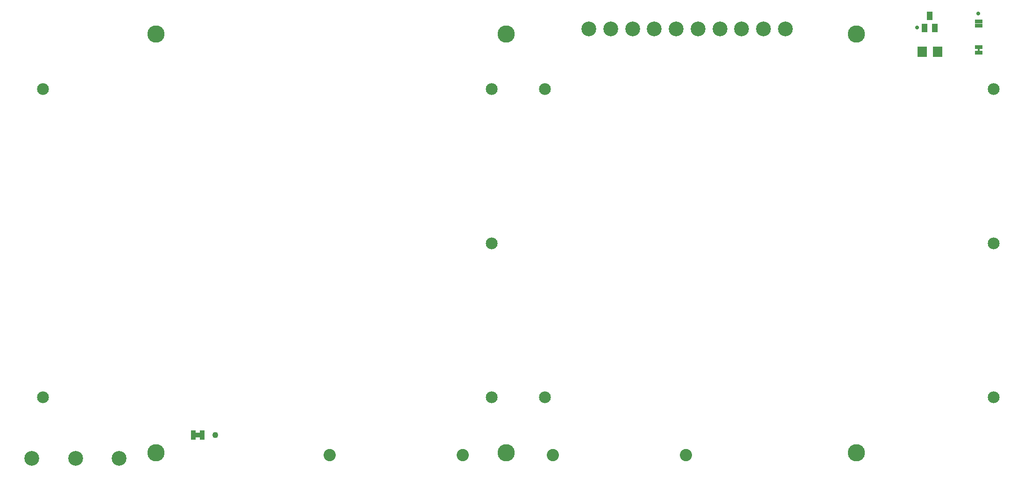
<source format=gbr>
G04 EAGLE Gerber RS-274X export*
G75*
%MOMM*%
%FSLAX34Y34*%
%LPD*%
%INSoldermask Top*%
%IPPOS*%
%AMOC8*
5,1,8,0,0,1.08239X$1,22.5*%
G01*
G04 Define Apertures*
%ADD10C,2.146300*%
%ADD11R,1.127000X1.527000*%
%ADD12C,2.222500*%
%ADD13C,3.127000*%
%ADD14C,2.679700*%
%ADD15R,0.939800X1.803400*%
%ADD16R,1.397000X0.762000*%
%ADD17R,1.727000X1.927000*%
%ADD18C,0.731000*%
%ADD19C,1.102000*%
G36*
X335216Y106307D02*
X335216Y97925D01*
X326326Y97925D01*
X326326Y106307D01*
X335216Y106307D01*
G37*
G36*
X1748773Y799256D02*
X1744963Y799256D01*
X1744963Y804336D01*
X1748773Y804336D01*
X1748773Y799256D01*
G37*
D10*
X50640Y730202D03*
X50640Y170640D03*
X864202Y730202D03*
X864202Y450040D03*
X864202Y170640D03*
X960640Y730202D03*
X960640Y170640D03*
X1774202Y730202D03*
X1774202Y450040D03*
X1774202Y170640D03*
D11*
X1658250Y863650D03*
X1667750Y841650D03*
X1648750Y841650D03*
D12*
X569728Y65556D03*
X811028Y65556D03*
X974626Y65758D03*
X1215926Y65758D03*
D13*
X255000Y70000D03*
X1525000Y70000D03*
X255000Y830000D03*
X1525000Y830000D03*
D14*
X30000Y60000D03*
X109200Y60000D03*
X1396400Y840000D03*
X1277600Y840000D03*
X1356800Y840000D03*
X1119200Y840000D03*
X1079600Y840000D03*
X1040000Y840000D03*
X188400Y60000D03*
D15*
X322770Y102370D03*
X339026Y102370D03*
D14*
X1317200Y840000D03*
D16*
X1746868Y806876D03*
X1746868Y796716D03*
D17*
X1644420Y797756D03*
X1672420Y797756D03*
D14*
X1198400Y840000D03*
X1158800Y840000D03*
X1238000Y840000D03*
D13*
X890000Y70000D03*
X890000Y830000D03*
D16*
X1746758Y853440D03*
X1746758Y845312D03*
D18*
X1746504Y867918D03*
X1635252Y842010D03*
D19*
X362712Y102362D03*
M02*

</source>
